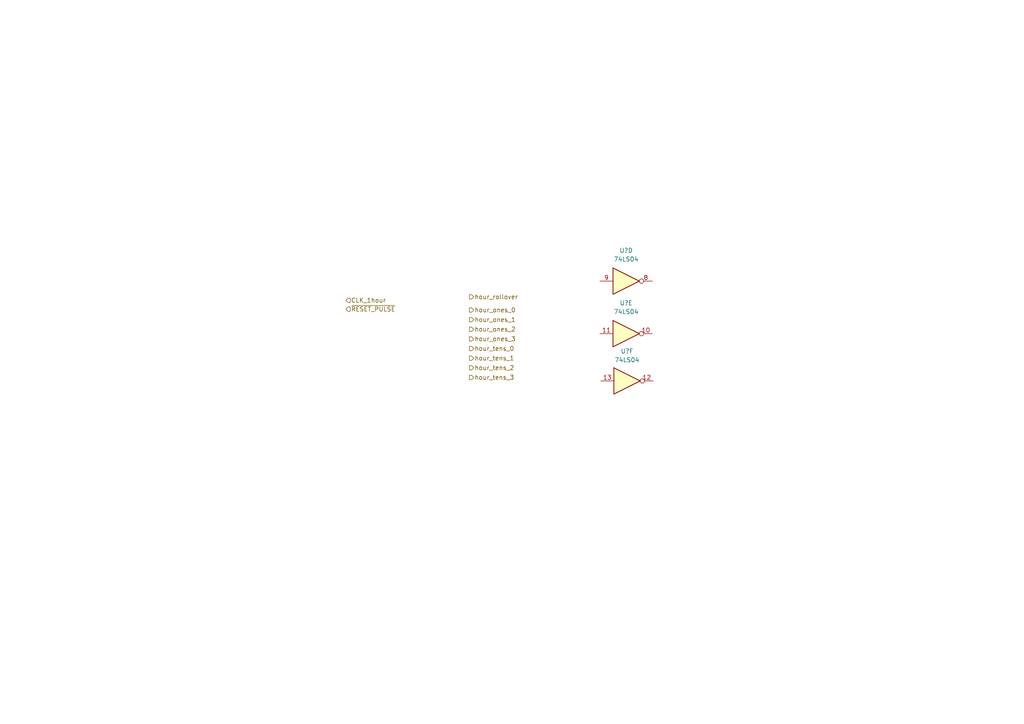
<source format=kicad_sch>
(kicad_sch (version 20211123) (generator eeschema)
  (paper "A4")
  (lib_symbols
    (symbol "74xx:74LS04"
      (property "Reference" "U" (at 0 1.27 0))
      (property "Value" "74LS04" (at 0 -1.27 0))
      (symbol "74LS04_1_0"
        (polyline (pts (xy -3.81 3.81) (xy -3.81 -3.81) (xy 3.81 0) (xy -3.81 3.81)) (stroke (width 0.254)) (fill (type background)))
        (pin input line (at -7.62 0 0) (length 3.81) (name "~") (number "1"))
        (pin output inverted (at 7.62 0 180) (length 3.81) (name "~") (number "2"))
      )
      (symbol "74LS04_2_0"
        (polyline (pts (xy -3.81 3.81) (xy -3.81 -3.81) (xy 3.81 0) (xy -3.81 3.81)) (stroke (width 0.254)) (fill (type background)))
        (pin input line (at -7.62 0 0) (length 3.81) (name "~") (number "3"))
        (pin output inverted (at 7.62 0 180) (length 3.81) (name "~") (number "4"))
      )
      (symbol "74LS04_3_0"
        (polyline (pts (xy -3.81 3.81) (xy -3.81 -3.81) (xy 3.81 0) (xy -3.81 3.81)) (stroke (width 0.254)) (fill (type background)))
        (pin input line (at -7.62 0 0) (length 3.81) (name "~") (number "5"))
        (pin output inverted (at 7.62 0 180) (length 3.81) (name "~") (number "6"))
      )
      (symbol "74LS04_4_0"
        (polyline (pts (xy -3.81 3.81) (xy -3.81 -3.81) (xy 3.81 0) (xy -3.81 3.81)) (stroke (width 0.254)) (fill (type background)))
        (pin output inverted (at 7.62 0 180) (length 3.81) (name "~") (number "8"))
        (pin input line (at -7.62 0 0) (length 3.81) (name "~") (number "9"))
      )
      (symbol "74LS04_5_0"
        (polyline (pts (xy -3.81 3.81) (xy -3.81 -3.81) (xy 3.81 0) (xy -3.81 3.81)) (stroke (width 0.254)) (fill (type background)))
        (pin output inverted (at 7.62 0 180) (length 3.81) (name "~") (number "10"))
        (pin input line (at -7.62 0 0) (length 3.81) (name "~") (number "11"))
      )
      (symbol "74LS04_6_0"
        (polyline (pts (xy -3.81 3.81) (xy -3.81 -3.81) (xy 3.81 0) (xy -3.81 3.81)) (stroke (width 0.254)) (fill (type background)))
        (pin output inverted (at 7.62 0 180) (length 3.81) (name "~") (number "12"))
        (pin input line (at -7.62 0 0) (length 3.81) (name "~") (number "13"))
      )
      (symbol "74LS04_7_0"
        (pin power_in line (at 0 12.7 270) (length 5.08) (name "VCC") (number "14"))
        (pin power_in line (at 0 -12.7 90) (length 5.08) (name "GND") (number "7"))
      )
      (symbol "74LS04_7_1"
        (rectangle (start -5.08 7.62) (end 5.08 -7.62) (stroke (width 0.254)) (fill (type background)))
      )
    )
  )
  (hierarchical_label "hour_tens_2" (shape output) (at 136.144 106.68 0))
  (hierarchical_label "hour_tens_0" (shape output) (at 136.144 101.092 0))
  (hierarchical_label "hour_ones_0" (shape output) (at 136.144 89.916 0))
  (hierarchical_label "hour_ones_1" (shape output) (at 136.144 92.71 0))
  (hierarchical_label "hour_tens_1" (shape output) (at 136.144 103.886 0))
  (hierarchical_label "hour_ones_2" (shape output) (at 136.144 95.504 0))
  (hierarchical_label "~{RESET_PULSE}" (shape input) (at 100.33 89.662 0))
  (hierarchical_label "hour_ones_3" (shape output) (at 136.144 98.298 0))
  (hierarchical_label "CLK_1hour" (shape input) (at 100.33 87.122 0))
  (hierarchical_label "hour_rollover" (shape output) (at 136.144 86.106 0))
  (hierarchical_label "hour_tens_3" (shape output) (at 136.144 109.474 0))
  (symbol (lib_id "74xx:74LS04") (at 181.864 110.49 0) (unit 6)
    (property "Reference" "U?" (at 181.864 101.854 0))
    (property "Value" "74LS04" (at 181.864 104.394 0))
    (property "Datasheet" "http://www.ti.com/lit/gpn/sn74LS04" (effects hide))
  )
  (symbol (lib_id "74xx:74LS04") (at 181.61 81.534 0) (unit 4)
    (property "Reference" "U?" (at 181.61 72.644 0))
    (property "Value" "74LS04" (at 181.61 75.184 0))
    (property "Datasheet" "http://www.ti.com/lit/gpn/sn74LS04" (effects hide))
  )
  (symbol (lib_id "74xx:74LS04") (at 181.61 96.774 0) (unit 5)
    (property "Reference" "U?" (at 181.61 87.884 0))
    (property "Value" "74LS04" (at 181.61 90.424 0))
    (property "Datasheet" "http://www.ti.com/lit/gpn/sn74LS04" (effects hide))
  )
)
</source>
